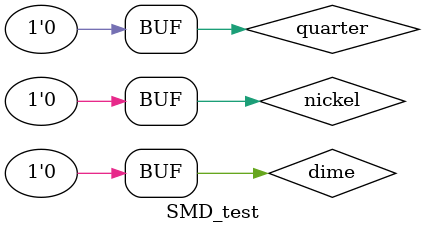
<source format=v>
`timescale 1ns / 1ps


module SMD_test;

	// Inputs
	reg nickel;
	reg dime;
	reg quarter;

	// Outputs
  wire [2:0] state;
	wire [3:0] ret;

	// Instantiate the Unit Under Test (UUT)
	SMD uut (
		.nickel(nickel), 
		.dime(dime), 
		.quarter(quarter), 
    .state(state), 
		.ret(ret)
	);

	initial begin
		// Initialize Inputs
		nickel = 0;
		dime = 0;
		quarter = 0;

		// Wait 100 ns for global reset to finish
		#100;
        
		// Add stimulus here
    // nickel * 5
    #50 nickel <= 1; #50 nickel <= 0;
    #50 nickel <= 1; #50 nickel <= 0;
    #50 nickel <= 1; #50 nickel <= 0;
    #50 nickel <= 1; #50 nickel <= 0;
    #50 nickel <= 1; #50 nickel <= 0;
    
    // nickel * 4 + dime * 1
    #50 nickel <= 1; #50 nickel <= 0;
    #50 nickel <= 1; #50 nickel <= 0;
    #50 nickel <= 1; #50 nickel <= 0;
    #50 nickel <= 1; #50 nickel <= 0;
    #50 dime <= 1; #50 dime <= 0;
    
    // nickel * 1 + dime * 1 + quarter * 1
    #50 nickel <= 1; #50 nickel <= 0;
    #50 dime <= 1; #50 dime <= 0;
    #50 quarter <= 1; #50 quarter <= 0;
    
    // dime * 2 + quarter * 1
    #50 dime <= 1; #50 dime <= 0;
    #50 dime <= 1; #50 dime <= 0;
    #50 quarter <= 1; #50 quarter <= 0;

	end

endmodule


</source>
